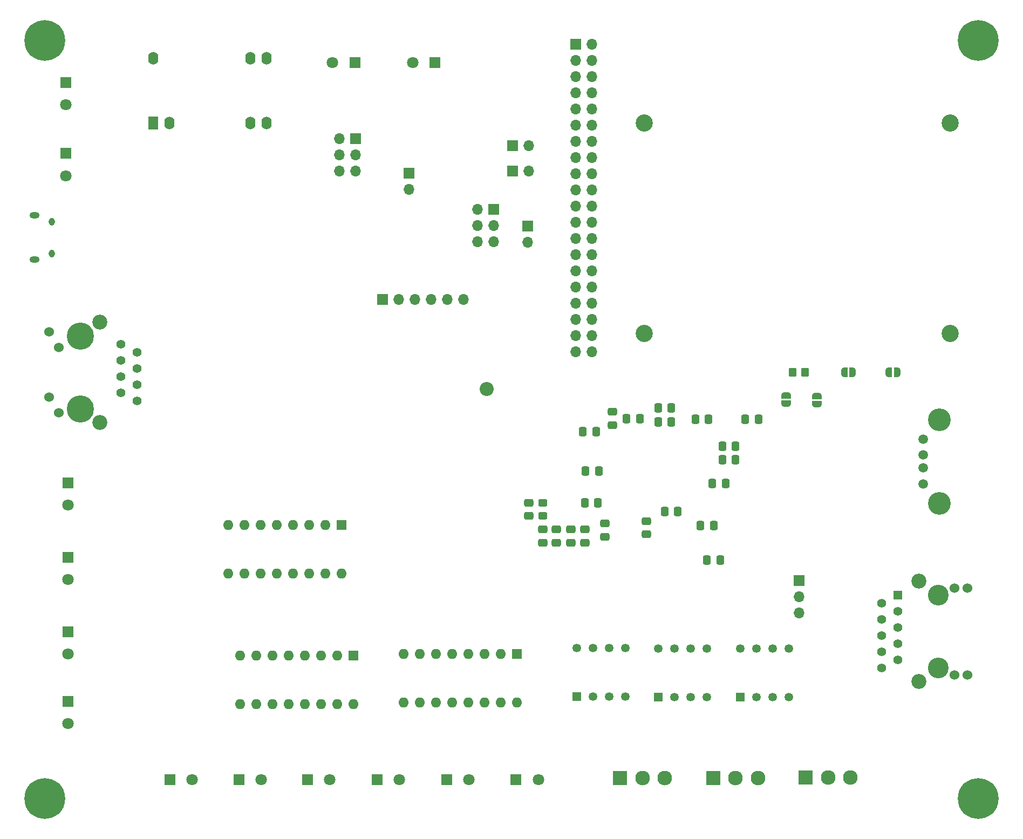
<source format=gbr>
%TF.GenerationSoftware,KiCad,Pcbnew,7.0.2*%
%TF.CreationDate,2023-08-01T13:01:46+02:00*%
%TF.ProjectId,jv_thesis,6a765f74-6865-4736-9973-2e6b69636164,rev?*%
%TF.SameCoordinates,Original*%
%TF.FileFunction,Soldermask,Bot*%
%TF.FilePolarity,Negative*%
%FSLAX46Y46*%
G04 Gerber Fmt 4.6, Leading zero omitted, Abs format (unit mm)*
G04 Created by KiCad (PCBNEW 7.0.2) date 2023-08-01 13:01:46*
%MOMM*%
%LPD*%
G01*
G04 APERTURE LIST*
G04 Aperture macros list*
%AMRoundRect*
0 Rectangle with rounded corners*
0 $1 Rounding radius*
0 $2 $3 $4 $5 $6 $7 $8 $9 X,Y pos of 4 corners*
0 Add a 4 corners polygon primitive as box body*
4,1,4,$2,$3,$4,$5,$6,$7,$8,$9,$2,$3,0*
0 Add four circle primitives for the rounded corners*
1,1,$1+$1,$2,$3*
1,1,$1+$1,$4,$5*
1,1,$1+$1,$6,$7*
1,1,$1+$1,$8,$9*
0 Add four rect primitives between the rounded corners*
20,1,$1+$1,$2,$3,$4,$5,0*
20,1,$1+$1,$4,$5,$6,$7,0*
20,1,$1+$1,$6,$7,$8,$9,0*
20,1,$1+$1,$8,$9,$2,$3,0*%
%AMFreePoly0*
4,1,19,0.500000,-0.750000,0.000000,-0.750000,0.000000,-0.744911,-0.071157,-0.744911,-0.207708,-0.704816,-0.327430,-0.627875,-0.420627,-0.520320,-0.479746,-0.390866,-0.500000,-0.250000,-0.500000,0.250000,-0.479746,0.390866,-0.420627,0.520320,-0.327430,0.627875,-0.207708,0.704816,-0.071157,0.744911,0.000000,0.744911,0.000000,0.750000,0.500000,0.750000,0.500000,-0.750000,0.500000,-0.750000,
$1*%
%AMFreePoly1*
4,1,19,0.000000,0.744911,0.071157,0.744911,0.207708,0.704816,0.327430,0.627875,0.420627,0.520320,0.479746,0.390866,0.500000,0.250000,0.500000,-0.250000,0.479746,-0.390866,0.420627,-0.520320,0.327430,-0.627875,0.207708,-0.704816,0.071157,-0.744911,0.000000,-0.744911,0.000000,-0.750000,-0.500000,-0.750000,-0.500000,0.750000,0.000000,0.750000,0.000000,0.744911,0.000000,0.744911,
$1*%
G04 Aperture macros list end*
%ADD10R,1.800000X1.800000*%
%ADD11C,1.800000*%
%ADD12R,1.700000X1.700000*%
%ADD13O,1.700000X1.700000*%
%ADD14R,2.300000X2.300000*%
%ADD15C,2.300000*%
%ADD16C,2.700000*%
%ADD17R,1.600000X1.600000*%
%ADD18O,1.600000X1.600000*%
%ADD19C,1.398000*%
%ADD20C,1.530000*%
%ADD21C,4.266000*%
%ADD22C,2.355000*%
%ADD23R,1.600000X2.000000*%
%ADD24O,1.600000X2.000000*%
%ADD25C,0.800000*%
%ADD26C,6.400000*%
%ADD27R,1.348000X1.348000*%
%ADD28C,1.348000*%
%ADD29C,1.500000*%
%ADD30C,3.570000*%
%ADD31C,3.250000*%
%ADD32R,1.398000X1.398000*%
%ADD33C,2.209800*%
%ADD34O,1.550000X1.000000*%
%ADD35O,0.950000X1.250000*%
%ADD36FreePoly0,90.000000*%
%ADD37FreePoly1,90.000000*%
%ADD38FreePoly0,0.000000*%
%ADD39FreePoly1,0.000000*%
%ADD40RoundRect,0.250000X-0.337500X-0.475000X0.337500X-0.475000X0.337500X0.475000X-0.337500X0.475000X0*%
%ADD41RoundRect,0.250000X0.337500X0.475000X-0.337500X0.475000X-0.337500X-0.475000X0.337500X-0.475000X0*%
%ADD42RoundRect,0.250000X0.475000X-0.337500X0.475000X0.337500X-0.475000X0.337500X-0.475000X-0.337500X0*%
%ADD43RoundRect,0.250000X-0.450000X0.325000X-0.450000X-0.325000X0.450000X-0.325000X0.450000X0.325000X0*%
%ADD44RoundRect,0.250000X-0.475000X0.337500X-0.475000X-0.337500X0.475000X-0.337500X0.475000X0.337500X0*%
%ADD45RoundRect,0.250000X-0.350000X-0.450000X0.350000X-0.450000X0.350000X0.450000X-0.350000X0.450000X0*%
G04 APERTURE END LIST*
D10*
%TO.C,J14*%
X123088700Y-154705000D03*
D11*
X126588700Y-154705000D03*
%TD*%
D10*
%TO.C,J15*%
X112188700Y-154675000D03*
D11*
X115688700Y-154675000D03*
%TD*%
D10*
%TO.C,J27*%
X63687700Y-119779000D03*
D11*
X63687700Y-123279000D03*
%TD*%
D12*
%TO.C,J4*%
X130475700Y-65215000D03*
D13*
X127935700Y-65215000D03*
X130475700Y-67755000D03*
X127935700Y-67755000D03*
X130475700Y-70295000D03*
X127935700Y-70295000D03*
%TD*%
D12*
%TO.C,J31*%
X178440000Y-123420000D03*
D13*
X178440000Y-125960000D03*
X178440000Y-128500000D03*
%TD*%
D14*
%TO.C,J19*%
X179438700Y-154350000D03*
D15*
X182938700Y-154350000D03*
X186438700Y-154350000D03*
%TD*%
D16*
%TO.C,Module1*%
X154143700Y-84689000D03*
X202143700Y-84689000D03*
X154143700Y-51689000D03*
X202143700Y-51689000D03*
%TD*%
D10*
%TO.C,J23*%
X90488700Y-154675000D03*
D11*
X93988700Y-154675000D03*
%TD*%
D17*
%TO.C,U14*%
X134109200Y-135000000D03*
D18*
X131569200Y-135000000D03*
X129029200Y-135000000D03*
X126489200Y-135000000D03*
X123949200Y-135000000D03*
X121409200Y-135000000D03*
X118869200Y-135000000D03*
X116329200Y-135000000D03*
X116329200Y-142620000D03*
X118869200Y-142620000D03*
X121409200Y-142620000D03*
X123949200Y-142620000D03*
X126489200Y-142620000D03*
X129029200Y-142620000D03*
X131569200Y-142620000D03*
X134109200Y-142620000D03*
%TD*%
D19*
%TO.C,U3*%
X71971700Y-86350000D03*
X74511700Y-87620000D03*
X71971700Y-88890000D03*
X74511700Y-90160000D03*
X71971700Y-91430000D03*
X74511700Y-92700000D03*
X71971700Y-93970000D03*
X74511700Y-95240000D03*
D20*
X60721700Y-84470000D03*
X62241700Y-86920000D03*
D21*
X65621700Y-85080000D03*
X65621700Y-96510000D03*
D22*
X68671700Y-82920000D03*
X68671700Y-98670000D03*
D20*
X60721700Y-94670000D03*
X62241700Y-97120000D03*
%TD*%
D12*
%TO.C,J5*%
X133477000Y-59182000D03*
D13*
X136017000Y-59182000D03*
%TD*%
D23*
%TO.C,U11*%
X77089000Y-51689000D03*
D24*
X79629000Y-51689000D03*
X92329000Y-51689000D03*
X94869000Y-51689000D03*
X94869000Y-41529000D03*
X92329000Y-41529000D03*
X77089000Y-41529000D03*
%TD*%
D10*
%TO.C,J13*%
X133988700Y-154675000D03*
D11*
X137488700Y-154675000D03*
%TD*%
D10*
%TO.C,J22*%
X121288700Y-42175000D03*
D11*
X117788700Y-42175000D03*
%TD*%
D12*
%TO.C,J2*%
X135825700Y-67805000D03*
D13*
X135825700Y-70345000D03*
%TD*%
D17*
%TO.C,U17*%
X108470200Y-135244000D03*
D18*
X105930200Y-135244000D03*
X103390200Y-135244000D03*
X100850200Y-135244000D03*
X98310200Y-135244000D03*
X95770200Y-135244000D03*
X93230200Y-135244000D03*
X90690200Y-135244000D03*
X90690200Y-142864000D03*
X93230200Y-142864000D03*
X95770200Y-142864000D03*
X98310200Y-142864000D03*
X100850200Y-142864000D03*
X103390200Y-142864000D03*
X105930200Y-142864000D03*
X108470200Y-142864000D03*
%TD*%
D12*
%TO.C,J3*%
X113030000Y-79375000D03*
D13*
X115570000Y-79375000D03*
X118110000Y-79375000D03*
X120650000Y-79375000D03*
X123190000Y-79375000D03*
X125730000Y-79375000D03*
%TD*%
D10*
%TO.C,J20*%
X63338700Y-45325000D03*
D11*
X63338700Y-48825000D03*
%TD*%
D25*
%TO.C,H2*%
X204140000Y-38680000D03*
X204842944Y-36982944D03*
X204842944Y-40377056D03*
X206540000Y-36280000D03*
D26*
X206540000Y-38680000D03*
D25*
X206540000Y-41080000D03*
X208237056Y-36982944D03*
X208237056Y-40377056D03*
X208940000Y-38680000D03*
%TD*%
D10*
%TO.C,J24*%
X79688700Y-154675000D03*
D11*
X83188700Y-154675000D03*
%TD*%
D10*
%TO.C,J29*%
X63687700Y-142385000D03*
D11*
X63687700Y-145885000D03*
%TD*%
D12*
%TO.C,J8*%
X117221000Y-59563000D03*
D13*
X117221000Y-62103000D03*
%TD*%
D25*
%TO.C,H3*%
X204140000Y-157680000D03*
X204842944Y-155982944D03*
X204842944Y-159377056D03*
X206540000Y-155280000D03*
D26*
X206540000Y-157680000D03*
D25*
X206540000Y-160080000D03*
X208237056Y-155982944D03*
X208237056Y-159377056D03*
X208940000Y-157680000D03*
%TD*%
D10*
%TO.C,J21*%
X108688700Y-42175000D03*
D11*
X105188700Y-42175000D03*
%TD*%
D14*
%TO.C,J17*%
X150338700Y-154450000D03*
D15*
X153838700Y-154450000D03*
X157338700Y-154450000D03*
%TD*%
D27*
%TO.C,U16*%
X156337000Y-141732000D03*
D28*
X158877000Y-141732000D03*
X161417000Y-141732000D03*
X163957000Y-141732000D03*
X163957000Y-134112000D03*
X161417000Y-134112000D03*
X158877000Y-134112000D03*
X156337000Y-134112000D03*
%TD*%
D12*
%TO.C,J7*%
X133477000Y-55245000D03*
D13*
X136017000Y-55245000D03*
%TD*%
D10*
%TO.C,J28*%
X63687700Y-108095000D03*
D11*
X63687700Y-111595000D03*
%TD*%
D10*
%TO.C,J16*%
X101288700Y-154675000D03*
D11*
X104788700Y-154675000D03*
%TD*%
D12*
%TO.C,J11*%
X143396500Y-39283800D03*
D13*
X145936500Y-39283800D03*
X143396500Y-41823800D03*
X145936500Y-41823800D03*
X143396500Y-44363800D03*
X145936500Y-44363800D03*
X143396500Y-46903800D03*
X145936500Y-46903800D03*
X143396500Y-49443800D03*
X145936500Y-49443800D03*
X143396500Y-51983800D03*
X145936500Y-51983800D03*
X143396500Y-54523800D03*
X145936500Y-54523800D03*
X143396500Y-57063800D03*
X145936500Y-57063800D03*
X143396500Y-59603800D03*
X145936500Y-59603800D03*
X143396500Y-62143800D03*
X145936500Y-62143800D03*
X143396500Y-64683800D03*
X145936500Y-64683800D03*
X143396500Y-67223800D03*
X145936500Y-67223800D03*
X143396500Y-69763800D03*
X145936500Y-69763800D03*
X143396500Y-72303800D03*
X145936500Y-72303800D03*
X143396500Y-74843800D03*
X145936500Y-74843800D03*
X143396500Y-77383800D03*
X145936500Y-77383800D03*
X143396500Y-79923800D03*
X145936500Y-79923800D03*
X143396500Y-82463800D03*
X145936500Y-82463800D03*
X143396500Y-85003800D03*
X145936500Y-85003800D03*
X143396500Y-87543800D03*
X145936500Y-87543800D03*
%TD*%
D10*
%TO.C,J30*%
X63687700Y-131463000D03*
D11*
X63687700Y-134963000D03*
%TD*%
D27*
%TO.C,U15*%
X143551700Y-141659000D03*
D28*
X146091700Y-141659000D03*
X148631700Y-141659000D03*
X151171700Y-141659000D03*
X151171700Y-134039000D03*
X148631700Y-134039000D03*
X146091700Y-134039000D03*
X143551700Y-134039000D03*
%TD*%
D27*
%TO.C,U18*%
X169164000Y-141732000D03*
D28*
X171704000Y-141732000D03*
X174244000Y-141732000D03*
X176784000Y-141732000D03*
X176784000Y-134112000D03*
X174244000Y-134112000D03*
X171704000Y-134112000D03*
X169164000Y-134112000D03*
%TD*%
D17*
%TO.C,U19*%
X106590700Y-114735000D03*
D18*
X104050700Y-114735000D03*
X101510700Y-114735000D03*
X98970700Y-114735000D03*
X96430700Y-114735000D03*
X93890700Y-114735000D03*
X91350700Y-114735000D03*
X88810700Y-114735000D03*
X88810700Y-122355000D03*
X91350700Y-122355000D03*
X93890700Y-122355000D03*
X96430700Y-122355000D03*
X98970700Y-122355000D03*
X101510700Y-122355000D03*
X104050700Y-122355000D03*
X106590700Y-122355000D03*
%TD*%
D29*
%TO.C,J10*%
X197900700Y-108265000D03*
X197900700Y-105765000D03*
X197900700Y-103765000D03*
X197900700Y-101265000D03*
D30*
X200440700Y-111335000D03*
X200440700Y-98195000D03*
%TD*%
D10*
%TO.C,J25*%
X63338700Y-56425000D03*
D11*
X63338700Y-59925000D03*
%TD*%
D12*
%TO.C,J6*%
X108825700Y-54150000D03*
D13*
X106285700Y-54150000D03*
X108825700Y-56690000D03*
X106285700Y-56690000D03*
X108825700Y-59230000D03*
X106285700Y-59230000D03*
%TD*%
D14*
%TO.C,J18*%
X164938700Y-154450000D03*
D15*
X168438700Y-154450000D03*
X171938700Y-154450000D03*
%TD*%
D31*
%TO.C,J12*%
X200241700Y-137150000D03*
X200241700Y-125720000D03*
D32*
X193891700Y-125720000D03*
D19*
X191351700Y-126990000D03*
X193891700Y-128260000D03*
X191351700Y-129530000D03*
X193891700Y-130800000D03*
X191351700Y-132070000D03*
X193891700Y-133340000D03*
X191351700Y-134610000D03*
X193891700Y-135880000D03*
X191351700Y-137150000D03*
D20*
X202791700Y-138235000D03*
X204821700Y-138235000D03*
X202791700Y-124635000D03*
X204821700Y-124635000D03*
D22*
X197191700Y-139310000D03*
X197191700Y-123560000D03*
%TD*%
D33*
%TO.C,SW3*%
X129375700Y-93411200D03*
%TD*%
D25*
%TO.C,H4*%
X57640000Y-157680000D03*
X58342944Y-155982944D03*
X58342944Y-159377056D03*
X60040000Y-155280000D03*
D26*
X60040000Y-157680000D03*
D25*
X60040000Y-160080000D03*
X61737056Y-155982944D03*
X61737056Y-159377056D03*
X62440000Y-157680000D03*
%TD*%
%TO.C,H1*%
X57640000Y-38680000D03*
X58342944Y-36982944D03*
X58342944Y-40377056D03*
X60040000Y-36280000D03*
D26*
X60040000Y-38680000D03*
D25*
X60040000Y-41080000D03*
X61737056Y-36982944D03*
X61737056Y-40377056D03*
X62440000Y-38680000D03*
%TD*%
D34*
%TO.C,J1*%
X58438700Y-66115000D03*
D35*
X61138700Y-67115000D03*
X61138700Y-72115000D03*
D34*
X58438700Y-73115000D03*
%TD*%
D36*
%TO.C,JP13*%
X176340300Y-95727200D03*
D37*
X176340300Y-94427200D03*
%TD*%
D38*
%TO.C,JP8*%
X185509700Y-90795000D03*
D39*
X186809700Y-90795000D03*
%TD*%
D40*
%TO.C,C8*%
X144907000Y-106299000D03*
X146982000Y-106299000D03*
%TD*%
D41*
%TO.C,C5*%
X164994500Y-114808000D03*
X162919500Y-114808000D03*
%TD*%
%TO.C,C11*%
X153416000Y-98044000D03*
X151341000Y-98044000D03*
%TD*%
D42*
%TO.C,C2*%
X147955000Y-116586000D03*
X147955000Y-114511000D03*
%TD*%
D41*
%TO.C,C13*%
X158369000Y-96393000D03*
X156294000Y-96393000D03*
%TD*%
%TO.C,C9*%
X166878000Y-108204000D03*
X164803000Y-108204000D03*
%TD*%
D40*
%TO.C,C27*%
X166370000Y-102362000D03*
X168445000Y-102362000D03*
%TD*%
%TO.C,C17*%
X169964900Y-98186400D03*
X172039900Y-98186400D03*
%TD*%
D38*
%TO.C,JP16*%
X192479700Y-90795000D03*
D39*
X193779700Y-90795000D03*
%TD*%
D43*
%TO.C,FB1*%
X138176000Y-111252000D03*
X138176000Y-113302000D03*
%TD*%
D40*
%TO.C,C7*%
X144780000Y-111252000D03*
X146855000Y-111252000D03*
%TD*%
D41*
%TO.C,C6*%
X158369000Y-98552000D03*
X156294000Y-98552000D03*
%TD*%
D44*
%TO.C,C15*%
X138176000Y-115443000D03*
X138176000Y-117518000D03*
%TD*%
D40*
%TO.C,C28*%
X166370000Y-104521000D03*
X168445000Y-104521000D03*
%TD*%
%TO.C,C16*%
X163957000Y-120269000D03*
X166032000Y-120269000D03*
%TD*%
D42*
%TO.C,C12*%
X154432000Y-116205000D03*
X154432000Y-114130000D03*
%TD*%
D44*
%TO.C,C18*%
X136017000Y-111252000D03*
X136017000Y-113327000D03*
%TD*%
D41*
%TO.C,C10*%
X159385000Y-112649000D03*
X157310000Y-112649000D03*
%TD*%
D44*
%TO.C,C4*%
X149098000Y-96985000D03*
X149098000Y-99060000D03*
%TD*%
%TO.C,C55*%
X144780000Y-115443000D03*
X144780000Y-117518000D03*
%TD*%
%TO.C,C14*%
X140335000Y-115443000D03*
X140335000Y-117518000D03*
%TD*%
D40*
%TO.C,C3*%
X144483000Y-100076000D03*
X146558000Y-100076000D03*
%TD*%
D45*
%TO.C,R62*%
X177381700Y-90795000D03*
X179381700Y-90795000D03*
%TD*%
D44*
%TO.C,C56*%
X142621000Y-115443000D03*
X142621000Y-117518000D03*
%TD*%
D41*
%TO.C,C1*%
X164211000Y-98171000D03*
X162136000Y-98171000D03*
%TD*%
D36*
%TO.C,JP14*%
X181191700Y-95778000D03*
D37*
X181191700Y-94478000D03*
%TD*%
M02*

</source>
